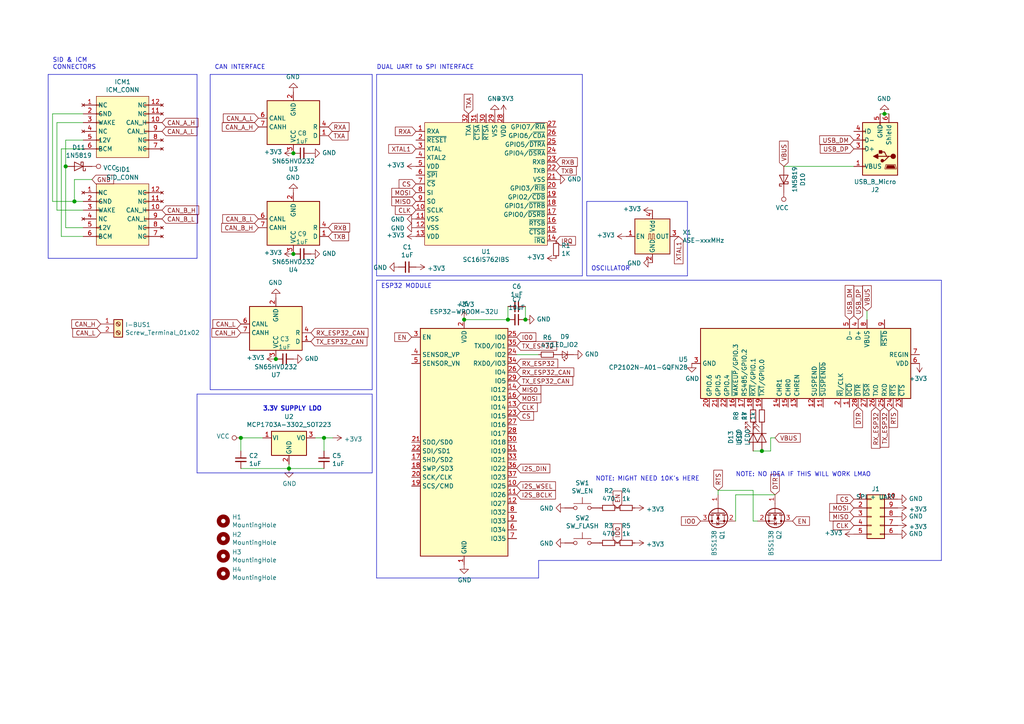
<source format=kicad_sch>
(kicad_sch (version 20200820) (host eeschema "5.99.0-unknown-3673c2369~103~ubuntu20.04.1")
  (page 1 1)
  (paper "A4")
  (lib_symbols
    (symbol "Connector:Screw_Terminal_01x02" (pin_names hide)
      (property "Reference" "J" (at 0 2.54 0))
      (property "Value" "Screw_Terminal_01x02" (at 0 -5.08 0))
      (symbol "Screw_Terminal_01x02_1_1"
        (circle (center 0 -2.54) (radius 0.635) (stroke (width 0.1524)))
        (circle (center 0 0) (radius 0.635) (stroke (width 0.1524)))
        (rectangle (start -1.27 1.27) (end 1.27 -3.81) (stroke (width 0.254)) (fill (type background)))
        (polyline (pts (xy -0.5334 -2.2098) (xy 0.3302 -3.048)) (stroke (width 0.1524)))
        (polyline (pts (xy -0.5334 0.3302) (xy 0.3302 -0.508)) (stroke (width 0.1524)))
        (polyline (pts (xy -0.3556 -2.032) (xy 0.508 -2.8702)) (stroke (width 0.1524)))
        (polyline (pts (xy -0.3556 0.508) (xy 0.508 -0.3302)) (stroke (width 0.1524)))
        (pin passive line (at -5.08 0 0) (length 3.81) (name "Pin_1") (number "1"))
        (pin passive line (at -5.08 -2.54 0) (length 3.81) (name "Pin_2") (number "2"))
      )
    )
    (symbol "Connector:USB_B_Micro"
      (property "Reference" "J" (at -5.08 11.43 0))
      (property "Value" "USB_B_Micro" (at -5.08 8.89 0))
      (symbol "USB_B_Micro_0_1"
        (circle (center -3.81 2.159) (radius 0.635) (stroke (width 0.254)) (fill (type outline)))
        (circle (center -0.635 3.429) (radius 0.381) (stroke (width 0.254)) (fill (type outline)))
        (rectangle (start -5.08 -7.62) (end 5.08 7.62) (stroke (width 0.254)) (fill (type background)))
        (rectangle (start -0.127 -7.62) (end 0.127 -6.858))
        (rectangle (start 0.254 1.27) (end -0.508 0.508) (stroke (width 0.254)) (fill (type outline)))
        (rectangle (start 5.08 -5.207) (end 4.318 -4.953))
        (rectangle (start 5.08 -2.667) (end 4.318 -2.413))
        (rectangle (start 5.08 -0.127) (end 4.318 0.127))
        (rectangle (start 5.08 4.953) (end 4.318 5.207))
        (polyline (pts (xy -1.905 2.159) (xy 0.635 2.159)) (stroke (width 0.254)))
        (polyline (pts (xy -3.175 2.159) (xy -2.54 2.159) (xy -1.27 3.429) (xy -0.635 3.429)) (stroke (width 0.254)))
        (polyline (pts (xy -2.54 2.159) (xy -1.905 2.159) (xy -1.27 0.889) (xy 0 0.889)) (stroke (width 0.254)))
        (polyline (pts (xy 0.635 2.794) (xy 0.635 1.524) (xy 1.905 2.159) (xy 0.635 2.794)) (stroke (width 0.254)) (fill (type outline)))
        (polyline (pts (xy -4.318 5.588) (xy -1.778 5.588) (xy -2.032 4.826) (xy -4.064 4.826) (xy -4.318 5.588)) (fill (type outline)))
        (polyline (pts (xy -4.699 5.842) (xy -4.699 5.588) (xy -4.445 4.826) (xy -4.445 4.572) (xy -1.651 4.572) (xy -1.651 4.826) (xy -1.397 5.588) (xy -1.397 5.842) (xy -4.699 5.842)))
      )
      (symbol "USB_B_Micro_1_1"
        (pin power_out line (at 7.62 5.08 180) (length 2.54) (name "VBUS") (number "1"))
        (pin passive line (at 7.62 -2.54 180) (length 2.54) (name "D-") (number "2"))
        (pin passive line (at 7.62 0 180) (length 2.54) (name "D+") (number "3"))
        (pin passive line (at 7.62 -5.08 180) (length 2.54) (name "ID") (number "4"))
        (pin power_out line (at 0 -10.16 90) (length 2.54) (name "GND") (number "5"))
        (pin passive line (at -2.54 -10.16 90) (length 2.54) (name "Shield") (number "6"))
      )
    )
    (symbol "Connector_Generic:Conn_02x05_Counter_Clockwise" (pin_names hide)
      (property "Reference" "J" (at 1.27 7.62 0))
      (property "Value" "Conn_02x05_Counter_Clockwise" (at 1.27 -7.62 0))
      (symbol "Conn_02x05_Counter_Clockwise_1_1"
        (rectangle (start -1.27 -4.953) (end 0 -5.207) (stroke (width 0.1524)))
        (rectangle (start -1.27 -2.413) (end 0 -2.667) (stroke (width 0.1524)))
        (rectangle (start -1.27 2.667) (end 0 2.413) (stroke (width 0.1524)))
        (rectangle (start -1.27 5.207) (end 0 4.953) (stroke (width 0.1524)))
        (rectangle (start -1.27 6.35) (end 3.81 -6.35) (stroke (width 0.254)) (fill (type background)))
        (rectangle (start -1.27 0.127) (end 0 -0.127) (stroke (width 0.1524)))
        (rectangle (start 3.81 -4.953) (end 2.54 -5.207) (stroke (width 0.1524)))
        (rectangle (start 3.81 -2.413) (end 2.54 -2.667) (stroke (width 0.1524)))
        (rectangle (start 3.81 2.667) (end 2.54 2.413) (stroke (width 0.1524)))
        (rectangle (start 3.81 5.207) (end 2.54 4.953) (stroke (width 0.1524)))
        (rectangle (start 3.81 0.127) (end 2.54 -0.127) (stroke (width 0.1524)))
        (pin passive line (at -5.08 5.08 0) (length 3.81) (name "Pin_1") (number "1"))
        (pin passive line (at 7.62 5.08 180) (length 3.81) (name "Pin_10") (number "10"))
        (pin passive line (at -5.08 2.54 0) (length 3.81) (name "Pin_2") (number "2"))
        (pin passive line (at -5.08 0 0) (length 3.81) (name "Pin_3") (number "3"))
        (pin passive line (at -5.08 -2.54 0) (length 3.81) (name "Pin_4") (number "4"))
        (pin passive line (at -5.08 -5.08 0) (length 3.81) (name "Pin_5") (number "5"))
        (pin passive line (at 7.62 -5.08 180) (length 3.81) (name "Pin_6") (number "6"))
        (pin passive line (at 7.62 -2.54 180) (length 3.81) (name "Pin_7") (number "7"))
        (pin passive line (at 7.62 0 180) (length 3.81) (name "Pin_8") (number "8"))
        (pin passive line (at 7.62 2.54 180) (length 3.81) (name "Pin_9") (number "9"))
      )
    )
    (symbol "Device:C_Small" (pin_numbers hide) (pin_names (offset 0.254) hide)
      (property "Reference" "C" (at 0.254 1.778 0))
      (property "Value" "C_Small" (at 0.254 -2.032 0))
      (symbol "C_Small_0_1"
        (polyline (pts (xy -1.524 -0.508) (xy 1.524 -0.508)) (stroke (width 0.3302)))
        (polyline (pts (xy -1.524 0.508) (xy 1.524 0.508)) (stroke (width 0.3048)))
      )
      (symbol "C_Small_1_1"
        (pin passive line (at 0 2.54 270) (length 2.032) (name "~") (number "1"))
        (pin passive line (at 0 -2.54 90) (length 2.032) (name "~") (number "2"))
      )
    )
    (symbol "Device:LED" (pin_numbers hide) (pin_names hide)
      (property "Reference" "D" (at 0 2.54 0))
      (property "Value" "LED" (at 0 -2.54 0))
      (symbol "LED_0_1"
        (polyline (pts (xy -1.27 -1.27) (xy -1.27 1.27)) (stroke (width 0.2032)))
        (polyline (pts (xy -1.27 0) (xy 1.27 0)))
        (polyline (pts (xy 1.27 -1.27) (xy 1.27 1.27) (xy -1.27 0) (xy 1.27 -1.27)) (stroke (width 0.2032)))
        (polyline (pts (xy -3.048 -0.762) (xy -4.572 -2.286) (xy -3.81 -2.286) (xy -4.572 -2.286) (xy -4.572 -1.524)))
        (polyline (pts (xy -1.778 -0.762) (xy -3.302 -2.286) (xy -2.54 -2.286) (xy -3.302 -2.286) (xy -3.302 -1.524)))
      )
      (symbol "LED_1_1"
        (pin passive line (at -3.81 0 0) (length 2.54) (name "K") (number "1"))
        (pin passive line (at 3.81 0 180) (length 2.54) (name "A") (number "2"))
      )
    )
    (symbol "Device:LED_Small" (pin_numbers hide) (pin_names (offset 0.254) hide)
      (property "Reference" "D" (at -1.27 3.175 0))
      (property "Value" "LED_Small" (at -4.445 -2.54 0))
      (symbol "LED_Small_0_1"
        (polyline (pts (xy -0.762 -1.016) (xy -0.762 1.016)))
        (polyline (pts (xy 1.016 0) (xy -0.762 0)))
        (polyline (pts (xy 0.762 -1.016) (xy -0.762 0) (xy 0.762 1.016) (xy 0.762 -1.016)))
        (polyline (pts (xy 0 0.762) (xy -0.508 1.27) (xy -0.254 1.27) (xy -0.508 1.27) (xy -0.508 1.016)))
        (polyline (pts (xy 0.508 1.27) (xy 0 1.778) (xy 0.254 1.778) (xy 0 1.778) (xy 0 1.524)))
      )
      (symbol "LED_Small_1_1"
        (pin passive line (at -2.54 0 0) (length 1.778) (name "K") (number "1"))
        (pin passive line (at 2.54 0 180) (length 1.778) (name "A") (number "2"))
      )
    )
    (symbol "Device:R_Small" (pin_numbers hide) (pin_names (offset 0.254) hide)
      (property "Reference" "R" (at 0.762 0.508 0))
      (property "Value" "R_Small" (at 0.762 -1.016 0))
      (symbol "R_Small_0_1"
        (rectangle (start -0.762 1.778) (end 0.762 -1.778) (stroke (width 0.2032)))
      )
      (symbol "R_Small_1_1"
        (pin passive line (at 0 2.54 270) (length 0.762) (name "~") (number "1"))
        (pin passive line (at 0 -2.54 90) (length 0.762) (name "~") (number "2"))
      )
    )
    (symbol "Diode:1N5819" (pin_numbers hide) (pin_names hide)
      (property "Reference" "D" (at 0 2.54 0))
      (property "Value" "1N5819" (at 0 -2.54 0))
      (symbol "1N5819_0_1"
        (polyline (pts (xy 1.27 0) (xy -1.27 0)))
        (polyline (pts (xy 1.27 1.27) (xy 1.27 -1.27) (xy -1.27 0) (xy 1.27 1.27)) (stroke (width 0.2032)))
        (polyline (pts (xy -1.905 0.635) (xy -1.905 1.27) (xy -1.27 1.27) (xy -1.27 -1.27) (xy -0.635 -1.27) (xy -0.635 -0.635)) (stroke (width 0.2032)))
      )
      (symbol "1N5819_1_1"
        (pin passive line (at -3.81 0 0) (length 2.54) (name "K") (number "1"))
        (pin passive line (at 3.81 0 180) (length 2.54) (name "A") (number "2"))
      )
    )
    (symbol "Interface_CAN_LIN:SN65HVD232"
      (property "Reference" "U" (at -2.54 10.16 0))
      (property "Value" "SN65HVD232" (at -2.54 7.62 0))
      (symbol "SN65HVD232_0_1"
        (rectangle (start -7.62 5.08) (end 7.62 -7.62) (stroke (width 0.254)) (fill (type background)))
      )
      (symbol "SN65HVD232_1_1"
        (pin input line (at -10.16 2.54 0) (length 2.54) (name "D") (number "1"))
        (pin power_in line (at 0 -10.16 90) (length 2.54) (name "GND") (number "2"))
        (pin power_in line (at 0 7.62 270) (length 2.54) (name "VCC") (number "3"))
        (pin output line (at -10.16 0 0) (length 2.54) (name "R") (number "4"))
        (pin unconnected line (at -10.16 -2.54 0) (length 2.54) hide (name "NC") (number "5"))
        (pin bidirectional line (at 10.16 -2.54 180) (length 2.54) (name "CANL") (number "6"))
        (pin bidirectional line (at 10.16 0 180) (length 2.54) (name "CANH") (number "7"))
        (pin unconnected line (at -10.16 -5.08 0) (length 2.54) hide (name "NC") (number "8"))
      )
    )
    (symbol "Interface_USB:CP2102N-A01-GQFN28" (pin_names (offset 0.508))
      (property "Reference" "U" (at -7.62 31.75 0))
      (property "Value" "CP2102N-A01-GQFN28" (at 26.67 31.75 0))
      (symbol "CP2102N-A01-GQFN28_0_1"
        (rectangle (start -10.16 30.48) (end 10.16 -30.48) (stroke (width 0.254)) (fill (type background)))
      )
      (symbol "CP2102N-A01-GQFN28_1_1"
        (pin input line (at 12.7 12.7 180) (length 2.54) (name "~DCD") (number "1"))
        (pin unconnected line (at -10.16 -10.16 0) (length 2.54) hide (name "NC") (number "10"))
        (pin output line (at 12.7 5.08 180) (length 2.54) (name "~SUSPENDb") (number "11"))
        (pin output line (at 12.7 2.54 180) (length 2.54) (name "SUSPEND") (number "12"))
        (pin output line (at 12.7 -2.54 180) (length 2.54) (name "CHREN") (number "13"))
        (pin output line (at 12.7 -7.62 180) (length 2.54) (name "CHR1") (number "14"))
        (pin output line (at 12.7 -5.08 180) (length 2.54) (name "CHR0") (number "15"))
        (pin bidirectional line (at 12.7 -20.32 180) (length 2.54) (name "~WAKEUP~/GPIO.3") (number "16"))
        (pin bidirectional line (at 12.7 -17.78 180) (length 2.54) (name "RS485/GPIO.2") (number "17"))
        (pin bidirectional line (at 12.7 -15.24 180) (length 2.54) (name "~RXT~/GPIO.1") (number "18"))
        (pin bidirectional line (at 12.7 -12.7 180) (length 2.54) (name "~TXT~/GPIO.0") (number "19"))
        (pin bidirectional line (at 12.7 10.16 180) (length 2.54) (name "~RI~/CLK") (number "2"))
        (pin bidirectional line (at 12.7 -27.94 180) (length 2.54) (name "GPIO.6") (number "20"))
        (pin bidirectional line (at 12.7 -25.4 180) (length 2.54) (name "GPIO.5") (number "21"))
        (pin bidirectional line (at 12.7 -22.86 180) (length 2.54) (name "GPIO.4") (number "22"))
        (pin input line (at 12.7 27.94 180) (length 2.54) (name "~CTS") (number "23"))
        (pin output line (at 12.7 25.4 180) (length 2.54) (name "~RTS") (number "24"))
        (pin input line (at 12.7 22.86 180) (length 2.54) (name "RXD") (number "25"))
        (pin output line (at 12.7 20.32 180) (length 2.54) (name "TXD") (number "26"))
        (pin input line (at 12.7 17.78 180) (length 2.54) (name "~DSR") (number "27"))
        (pin output line (at 12.7 15.24 180) (length 2.54) (name "~DTR") (number "28"))
        (pin passive line (at 0 -33.02 90) (length 2.54) hide (name "GND") (number "29"))
        (pin power_in line (at 0 -33.02 90) (length 2.54) (name "GND") (number "3"))
        (pin bidirectional line (at -12.7 15.24 0) (length 2.54) (name "D+") (number "4"))
        (pin bidirectional line (at -12.7 12.7 0) (length 2.54) (name "D-") (number "5"))
        (pin passive line (at 0 33.02 270) (length 2.54) (name "VDD") (number "6"))
        (pin power_in line (at -2.54 33.02 270) (length 2.54) (name "REGIN") (number "7"))
        (pin input line (at -12.7 17.78 0) (length 2.54) (name "VBUS") (number "8"))
        (pin input line (at -12.7 22.86 0) (length 2.54) (name "~RSTb") (number "9"))
      )
    )
    (symbol "Mechanical:MountingHole"
      (property "Reference" "H" (at 0 5.08 0))
      (property "Value" "MountingHole" (at 0 3.175 0))
      (symbol "MountingHole_0_1"
        (circle (center 0 0) (radius 1.27) (stroke (width 1.27)))
      )
    )
    (symbol "Oscillator:ASE-xxxMHz" (pin_names (offset 0.254))
      (property "Reference" "X" (at -5.08 6.35 0))
      (property "Value" "ASE-xxxMHz" (at 1.27 -6.35 0))
      (symbol "ASE-xxxMHz_0_1"
        (rectangle (start -5.08 5.08) (end 5.08 -5.08) (stroke (width 0.254)) (fill (type background)))
        (polyline (pts (xy -1.27 -0.762) (xy -1.016 -0.762) (xy -1.016 0.762) (xy -0.508 0.762) (xy -0.508 -0.762) (xy 0 -0.762) (xy 0 0.762) (xy 0.508 0.762) (xy 0.508 -0.762) (xy 0.762 -0.762)))
      )
      (symbol "ASE-xxxMHz_1_1"
        (pin input line (at -7.62 0 0) (length 2.54) (name "EN") (number "1"))
        (pin power_in line (at 0 -7.62 90) (length 2.54) (name "GND") (number "2"))
        (pin output line (at 7.62 0 180) (length 2.54) (name "OUT") (number "3"))
        (pin power_in line (at 0 7.62 270) (length 2.54) (name "Vdd") (number "4"))
      )
    )
    (symbol "RF_Module:ESP32-WROOM-32U" (pin_names (offset 0.508))
      (property "Reference" "U" (at -12.7 34.29 0))
      (property "Value" "ESP32-WROOM-32U" (at 1.27 34.29 0))
      (symbol "ESP32-WROOM-32U_0_1"
        (rectangle (start -12.7 33.02) (end 12.7 -33.02) (stroke (width 0.254)) (fill (type background)))
      )
      (symbol "ESP32-WROOM-32U_1_1"
        (pin power_in line (at 0 -35.56 90) (length 2.54) (name "GND") (number "1"))
        (pin bidirectional line (at 15.24 -12.7 180) (length 2.54) (name "IO25") (number "10"))
        (pin bidirectional line (at 15.24 -15.24 180) (length 2.54) (name "IO26") (number "11"))
        (pin bidirectional line (at 15.24 -17.78 180) (length 2.54) (name "IO27") (number "12"))
        (pin bidirectional line (at 15.24 10.16 180) (length 2.54) (name "IO14") (number "13"))
        (pin bidirectional line (at 15.24 15.24 180) (length 2.54) (name "IO12") (number "14"))
        (pin passive line (at 0 -35.56 90) (length 2.54) hide (name "GND") (number "15"))
        (pin bidirectional line (at 15.24 12.7 180) (length 2.54) (name "IO13") (number "16"))
        (pin bidirectional line (at -15.24 -5.08 0) (length 2.54) (name "SHD/SD2") (number "17"))
        (pin bidirectional line (at -15.24 -7.62 0) (length 2.54) (name "SWP/SD3") (number "18"))
        (pin bidirectional line (at -15.24 -12.7 0) (length 2.54) (name "SCS/CMD") (number "19"))
        (pin power_in line (at 0 35.56 270) (length 2.54) (name "VDD") (number "2"))
        (pin bidirectional line (at -15.24 -10.16 0) (length 2.54) (name "SCK/CLK") (number "20"))
        (pin bidirectional line (at -15.24 0 0) (length 2.54) (name "SDO/SD0") (number "21"))
        (pin bidirectional line (at -15.24 -2.54 0) (length 2.54) (name "SDI/SD1") (number "22"))
        (pin bidirectional line (at 15.24 7.62 180) (length 2.54) (name "IO15") (number "23"))
        (pin bidirectional line (at 15.24 25.4 180) (length 2.54) (name "IO2") (number "24"))
        (pin bidirectional line (at 15.24 30.48 180) (length 2.54) (name "IO0") (number "25"))
        (pin bidirectional line (at 15.24 20.32 180) (length 2.54) (name "IO4") (number "26"))
        (pin bidirectional line (at 15.24 5.08 180) (length 2.54) (name "IO16") (number "27"))
        (pin bidirectional line (at 15.24 2.54 180) (length 2.54) (name "IO17") (number "28"))
        (pin bidirectional line (at 15.24 17.78 180) (length 2.54) (name "IO5") (number "29"))
        (pin input line (at -15.24 30.48 0) (length 2.54) (name "EN") (number "3"))
        (pin bidirectional line (at 15.24 0 180) (length 2.54) (name "IO18") (number "30"))
        (pin bidirectional line (at 15.24 -2.54 180) (length 2.54) (name "IO19") (number "31"))
        (pin unconnected line (at -12.7 -27.94 0) (length 2.54) hide (name "NC") (number "32"))
        (pin bidirectional line (at 15.24 -5.08 180) (length 2.54) (name "IO21") (number "33"))
        (pin bidirectional line (at 15.24 22.86 180) (length 2.54) (name "RXD0/IO3") (number "34"))
        (pin bidirectional line (at 15.24 27.94 180) (length 2.54) (name "TXD0/IO1") (number "35"))
        (pin bidirectional line (at 15.24 -7.62 180) (length 2.54) (name "IO22") (number "36"))
        (pin bidirectional line (at 15.24 -10.16 180) (length 2.54) (name "IO23") (number "37"))
        (pin passive line (at 0 -35.56 90) (length 2.54) hide (name "GND") (number "38"))
        (pin passive line (at 0 -35.56 90) (length 2.54) hide (name "GND") (number "39"))
        (pin input line (at -15.24 25.4 0) (length 2.54) (name "SENSOR_VP") (number "4"))
        (pin input line (at -15.24 22.86 0) (length 2.54) (name "SENSOR_VN") (number "5"))
        (pin input line (at 15.24 -25.4 180) (length 2.54) (name "IO34") (number "6"))
        (pin input line (at 15.24 -27.94 180) (length 2.54) (name "IO35") (number "7"))
        (pin bidirectional line (at 15.24 -20.32 180) (length 2.54) (name "IO32") (number "8"))
        (pin bidirectional line (at 15.24 -22.86 180) (length 2.54) (name "IO33") (number "9"))
      )
    )
    (symbol "Regulator_Linear:MCP1703A-3302_SOT223" (pin_names (offset 0.254))
      (property "Reference" "U" (at -3.81 3.175 0))
      (property "Value" "MCP1703A-3302_SOT223" (at 0 3.175 0))
      (symbol "MCP1703A-3302_SOT223_0_1"
        (rectangle (start -5.08 -5.08) (end 5.08 1.905) (stroke (width 0.254)) (fill (type background)))
      )
      (symbol "MCP1703A-3302_SOT223_1_1"
        (pin power_in line (at -7.62 0 0) (length 2.54) (name "VI") (number "1"))
        (pin power_in line (at 0 -7.62 90) (length 2.54) (name "GND") (number "2"))
        (pin power_out line (at 7.62 0 180) (length 2.54) (name "VO") (number "3"))
      )
    )
    (symbol "Switch:SW_Push" (pin_numbers hide) (pin_names hide)
      (property "Reference" "SW" (at 1.27 2.54 0))
      (property "Value" "SW_Push" (at 0 -1.524 0))
      (symbol "SW_Push_0_1"
        (circle (center -2.032 0) (radius 0.508))
        (circle (center 2.032 0) (radius 0.508))
        (polyline (pts (xy 0 1.27) (xy 0 3.048)))
        (polyline (pts (xy 2.54 1.27) (xy -2.54 1.27)))
        (pin passive line (at -5.08 0 0) (length 2.54) (name "1") (number "1"))
        (pin passive line (at 5.08 0 180) (length 2.54) (name "2") (number "2"))
      )
    )
    (symbol "Transistor_FET:BSS138" (pin_names (offset 0.508) hide)
      (property "Reference" "Q" (at 5.08 1.905 0))
      (property "Value" "BSS138" (at 5.08 0 0))
      (symbol "BSS138_0_1"
        (circle (center 1.651 0) (radius 2.794) (stroke (width 0.254)))
        (circle (center 2.54 -1.778) (radius 0.254) (fill (type outline)))
        (circle (center 2.54 1.778) (radius 0.254) (fill (type outline)))
        (polyline (pts (xy 0.254 0) (xy -2.54 0)))
        (polyline (pts (xy 0.254 1.905) (xy 0.254 -1.905)) (stroke (width 0.254)))
        (polyline (pts (xy 0.762 -1.27) (xy 0.762 -2.286)) (stroke (width 0.254)))
        (polyline (pts (xy 0.762 0.508) (xy 0.762 -0.508)) (stroke (width 0.254)))
        (polyline (pts (xy 0.762 2.286) (xy 0.762 1.27)) (stroke (width 0.254)))
        (polyline (pts (xy 2.54 2.54) (xy 2.54 1.778)))
        (polyline (pts (xy 2.54 -2.54) (xy 2.54 0) (xy 0.762 0)))
        (polyline (pts (xy 0.762 -1.778) (xy 3.302 -1.778) (xy 3.302 1.778) (xy 0.762 1.778)))
        (polyline (pts (xy 1.016 0) (xy 2.032 0.381) (xy 2.032 -0.381) (xy 1.016 0)) (fill (type outline)))
        (polyline (pts (xy 2.794 0.508) (xy 2.921 0.381) (xy 3.683 0.381) (xy 3.81 0.254)))
        (polyline (pts (xy 3.302 0.381) (xy 2.921 -0.254) (xy 3.683 -0.254) (xy 3.302 0.381)))
      )
      (symbol "BSS138_1_1"
        (pin input line (at -5.08 0 0) (length 2.54) (name "G") (number "1"))
        (pin passive line (at 2.54 -5.08 90) (length 2.54) (name "S") (number "2"))
        (pin passive line (at 2.54 5.08 270) (length 2.54) (name "D") (number "3"))
      )
    )
    (symbol "local_symbols:Conn_02x06_SAAB_SID_HPD"
      (property "Reference" "J" (at 0 6.35 0))
      (property "Value" "Conn_02x06_SAAB_SID_HPD" (at 0 -12.7 0))
      (symbol "Conn_02x06_SAAB_SID_HPD_0_1"
        (rectangle (start -7.62 7.62) (end 7.62 -10.16) (fill (type background)))
      )
      (symbol "Conn_02x06_SAAB_SID_HPD_1_1"
        (rectangle (start -7.62 -7.493) (end -6.35 -7.747) (stroke (width 0.1524)))
        (rectangle (start -7.62 -4.953) (end -6.35 -5.207) (stroke (width 0.1524)))
        (rectangle (start -7.62 0.127) (end -6.35 -0.127) (stroke (width 0.1524)))
        (rectangle (start -7.62 2.667) (end -6.35 2.413) (stroke (width 0.1524)))
        (rectangle (start -7.62 5.207) (end -6.35 4.953) (stroke (width 0.1524)))
        (rectangle (start 6.35 -7.493) (end 7.62 -7.747) (stroke (width 0.1524)))
        (rectangle (start 7.62 -4.953) (end 6.35 -5.207) (stroke (width 0.1524)))
        (rectangle (start 7.62 -2.413) (end 6.35 -2.667) (stroke (width 0.1524)))
        (rectangle (start 7.62 0.127) (end 6.35 -0.127) (stroke (width 0.1524)))
        (rectangle (start 7.62 2.667) (end 6.35 2.413) (stroke (width 0.1524)))
        (rectangle (start 7.62 5.207) (end 6.35 4.953) (stroke (width 0.1524)))
        (pin unconnected line (at -11.43 5.08 0) (length 3.81) (name "NC") (number "1"))
        (pin unspecified line (at 11.43 0 180) (length 3.81) (name "CAN_H") (number "10"))
        (pin unconnected line (at 11.43 2.54 180) (length 3.81) (name "NC") (number "11"))
        (pin unconnected line (at 11.43 5.08 180) (length 3.81) (name "NC") (number "12"))
        (pin power_in line (at -11.43 2.54 0) (length 3.81) (name "GND") (number "2"))
        (pin unspecified line (at -11.43 0 0) (length 3.81) (name "WAKE") (number "3"))
        (pin unconnected line (at -11.43 -2.54 0) (length 3.81) (name "NC") (number "4"))
        (pin power_in line (at -11.43 -5.08 0) (length 3.81) (name "12V") (number "5"))
        (pin unspecified line (at -11.43 -7.62 0) (length 3.81) (name "BCM") (number "6"))
        (pin unconnected line (at 11.43 -7.62 180) (length 3.81) (name "NC") (number "7"))
        (pin unconnected line (at 11.43 -5.08 180) (length 3.81) (name "NC") (number "8"))
        (pin unspecified line (at 11.43 -2.54 180) (length 3.81) (name "CAN_L") (number "9"))
      )
    )
    (symbol "local_symbols:SC16IS762IBS"
      (property "Reference" "U" (at 1.27 20.32 0))
      (property "Value" "SC16IS762IBS" (at 1.27 -20.32 0))
      (symbol "SC16IS762IBS_0_1"
        (rectangle (start -17.78 17.78) (end 17.78 -17.78) (fill (type background)))
      )
      (symbol "SC16IS762IBS_1_1"
        (pin input line (at -20.32 15.24 0) (length 2.54) (name "RXA") (number "1"))
        (pin input line (at -20.32 -7.62 0) (length 2.54) (name "SCLK") (number "10"))
        (pin input line (at -20.32 -10.16 0) (length 2.54) (name "VSS") (number "11"))
        (pin input line (at -20.32 -12.7 0) (length 2.54) (name "VSS") (number "12"))
        (pin input line (at -20.32 -15.24 0) (length 2.54) (name "VDD") (number "13"))
        (pin input line (at 20.32 -16.51 180) (length 2.54) (name "~IRQ") (number "14"))
        (pin input line (at 20.32 -13.97 180) (length 2.54) (name "~CTSB") (number "15"))
        (pin input line (at 20.32 -11.43 180) (length 2.54) (name "~RTSB") (number "16"))
        (pin input line (at 20.32 -8.89 180) (length 2.54) (name "GPIO0/~DSRB") (number "17"))
        (pin input line (at 20.32 -6.35 180) (length 2.54) (name "GPIO1/~DTRB") (number "18"))
        (pin input line (at 20.32 -3.81 180) (length 2.54) (name "GPIO2/~CDB") (number "19"))
        (pin input line (at -20.32 12.7 0) (length 2.54) (name "~RESET") (number "2"))
        (pin input line (at 20.32 -1.27 180) (length 2.54) (name "GPIO3/~RIB") (number "20"))
        (pin input line (at 20.32 1.27 180) (length 2.54) (name "VSS") (number "21"))
        (pin input line (at 20.32 3.81 180) (length 2.54) (name "TXB") (number "22"))
        (pin input line (at 20.32 6.35 180) (length 2.54) (name "RXB") (number "23"))
        (pin input line (at 20.32 8.89 180) (length 2.54) (name "GPIO4/~DSRA") (number "24"))
        (pin input line (at 20.32 11.43 180) (length 2.54) (name "GPIO5/~DTRA") (number "25"))
        (pin input line (at 20.32 13.97 180) (length 2.54) (name "GPIO6/~CDA") (number "26"))
        (pin input line (at 20.32 16.51 180) (length 2.54) (name "GPIO7/~RIA") (number "27"))
        (pin input line (at 5.08 20.32 270) (length 2.54) (name "VDD") (number "28"))
        (pin input line (at 2.54 20.32 270) (length 2.54) (name "VSS") (number "29"))
        (pin input line (at -20.32 10.16 0) (length 2.54) (name "XTAL") (number "3"))
        (pin input line (at 0 20.32 270) (length 2.54) (name "~RTSA") (number "30"))
        (pin input line (at -2.54 20.32 270) (length 2.54) (name "~CTSA") (number "31"))
        (pin input line (at -5.08 20.32 270) (length 2.54) (name "TXA") (number "32"))
        (pin input line (at -20.32 7.62 0) (length 2.54) (name "XTAL2") (number "4"))
        (pin input line (at -20.32 5.08 0) (length 2.54) (name "VDD") (number "5"))
        (pin input line (at -20.32 2.54 0) (length 2.54) (name "~SPI") (number "6"))
        (pin input line (at -20.32 0 0) (length 2.54) (name "~CS") (number "7"))
        (pin input line (at -20.32 -2.54 0) (length 2.54) (name "SI") (number "8"))
        (pin input line (at -20.32 -5.08 0) (length 2.54) (name "SO") (number "9"))
      )
    )
    (symbol "power:+3.3V" (power) (pin_names (offset 0))
      (property "Value" "+3.3V" (at 0 3.556 0))
      (symbol "+3.3V_0_1"
        (polyline (pts (xy -0.762 1.27) (xy 0 2.54)))
        (polyline (pts (xy 0 0) (xy 0 2.54)))
        (polyline (pts (xy 0 2.54) (xy 0.762 1.27)))
      )
      (symbol "+3.3V_1_1"
        (pin power_in line (at 0 0 90) (length 0) hide (name "+3V3") (number "1"))
      )
    )
    (symbol "power:GND" (power) (pin_names (offset 0))
      (property "Value" "GND" (at 0 -3.81 0))
      (symbol "GND_0_1"
        (polyline (pts (xy 0 0) (xy 0 -1.27) (xy 1.27 -1.27) (xy 0 -2.54) (xy -1.27 -1.27) (xy 0 -1.27)))
      )
      (symbol "GND_1_1"
        (pin power_in line (at 0 0 270) (length 0) hide (name "GND") (number "1"))
      )
    )
    (symbol "power:VCC" (power) (pin_names (offset 0))
      (property "Value" "VCC" (at 0 3.81 0))
      (symbol "VCC_0_1"
        (circle (center 0 1.905) (radius 0.635))
        (polyline (pts (xy 0 0) (xy 0 1.27)))
      )
      (symbol "VCC_1_1"
        (pin power_in line (at 0 0 90) (length 0) hide (name "VCC") (number "1"))
      )
    )
  )
  (junction (at 19.05 48.26) (diameter 1.016))
  (junction (at 21.59 58.42) (diameter 1.016))
  (junction (at 69.85 127) (diameter 1.016))
  (junction (at 80.01 104.14) (diameter 1.016))
  (junction (at 83.82 135.89) (diameter 1.016))
  (junction (at 85.09 44.45) (diameter 1.016))
  (junction (at 85.09 73.66) (diameter 1.016))
  (junction (at 93.98 127) (diameter 1.016))
  (junction (at 134.62 92.71) (diameter 1.016))
  (junction (at 147.32 92.71) (diameter 1.016))
  (junction (at 152.4 92.71) (diameter 1.016))
  (junction (at 220.98 130.81) (diameter 1.016))
  (junction (at 256.54 33.02) (diameter 1.016))
  (wire (pts (xy 15.24 33.02) (xy 15.24 58.42)))
  (wire (pts (xy 15.24 58.42) (xy 21.59 58.42)))
  (wire (pts (xy 16.51 35.56) (xy 24.13 35.56)))
  (wire (pts (xy 16.51 60.96) (xy 16.51 35.56)))
  (wire (pts (xy 17.78 43.18) (xy 17.78 68.58)))
  (wire (pts (xy 17.78 68.58) (xy 24.13 68.58)))
  (wire (pts (xy 19.05 40.64) (xy 24.13 40.64)))
  (wire (pts (xy 19.05 48.26) (xy 19.05 40.64)))
  (wire (pts (xy 19.05 48.26) (xy 19.05 66.04)))
  (wire (pts (xy 19.05 66.04) (xy 24.13 66.04)))
  (wire (pts (xy 21.59 52.07) (xy 21.59 58.42)))
  (wire (pts (xy 21.59 58.42) (xy 24.13 58.42)))
  (wire (pts (xy 24.13 33.02) (xy 15.24 33.02)))
  (wire (pts (xy 24.13 43.18) (xy 17.78 43.18)))
  (wire (pts (xy 24.13 60.96) (xy 16.51 60.96)))
  (wire (pts (xy 26.67 52.07) (xy 21.59 52.07)))
  (wire (pts (xy 69.85 127) (xy 69.85 130.81)))
  (wire (pts (xy 69.85 127) (xy 76.2 127)))
  (wire (pts (xy 69.85 135.89) (xy 83.82 135.89)))
  (wire (pts (xy 83.82 135.89) (xy 83.82 134.62)))
  (wire (pts (xy 83.82 135.89) (xy 93.98 135.89)))
  (wire (pts (xy 93.98 127) (xy 91.44 127)))
  (wire (pts (xy 93.98 127) (xy 96.52 127)))
  (wire (pts (xy 93.98 130.81) (xy 93.98 127)))
  (wire (pts (xy 134.62 92.71) (xy 147.32 92.71)))
  (wire (pts (xy 147.32 92.71) (xy 147.32 88.9)))
  (wire (pts (xy 152.4 88.9) (xy 152.4 92.71)))
  (wire (pts (xy 156.21 102.87) (xy 149.86 102.87)))
  (wire (pts (xy 208.28 142.24) (xy 208.28 143.51)))
  (wire (pts (xy 213.36 143.51) (xy 224.79 143.51)))
  (wire (pts (xy 213.36 151.13) (xy 213.36 143.51)))
  (wire (pts (xy 218.44 130.81) (xy 220.98 130.81)))
  (wire (pts (xy 218.44 142.24) (xy 208.28 142.24)))
  (wire (pts (xy 218.44 151.13) (xy 218.44 142.24)))
  (wire (pts (xy 219.71 151.13) (xy 218.44 151.13)))
  (wire (pts (xy 220.98 130.81) (xy 223.52 130.81)))
  (wire (pts (xy 223.52 127) (xy 224.79 127)))
  (wire (pts (xy 223.52 130.81) (xy 223.52 127)))
  (wire (pts (xy 227.33 48.26) (xy 247.65 48.26)))
  (wire (pts (xy 251.46 90.17) (xy 251.46 92.71)))
  (wire (pts (xy 256.54 33.02) (xy 255.27 33.02)))
  (wire (pts (xy 257.81 33.02) (xy 256.54 33.02)))
  (polyline (pts (xy 13.97 21.59) (xy 57.15 21.59)) (stroke (width 0) (type solid)))
  (polyline (pts (xy 13.97 74.93) (xy 13.97 21.59)) (stroke (width 0) (type solid)))
  (polyline (pts (xy 13.97 74.93) (xy 57.15 74.93)) (stroke (width 0) (type solid)))
  (polyline (pts (xy 57.15 21.59) (xy 57.15 74.93)) (stroke (width 0) (type solid)))
  (polyline (pts (xy 57.15 114.3) (xy 57.15 137.16)) (stroke (width 0) (type solid)))
  (polyline (pts (xy 57.15 137.16) (xy 107.95 137.16)) (stroke (width 0) (type solid)))
  (polyline (pts (xy 60.96 21.59) (xy 60.96 113.03)) (stroke (width 0) (type solid)))
  (polyline (pts (xy 60.96 21.59) (xy 107.95 21.59)) (stroke (width 0) (type solid)))
  (polyline (pts (xy 60.96 113.03) (xy 107.95 113.03)) (stroke (width 0) (type solid)))
  (polyline (pts (xy 107.95 21.59) (xy 107.95 113.03)) (stroke (width 0) (type solid)))
  (polyline (pts (xy 107.95 114.3) (xy 57.15 114.3)) (stroke (width 0) (type solid)))
  (polyline (pts (xy 107.95 137.16) (xy 107.95 114.3)) (stroke (width 0) (type solid)))
  (polyline (pts (xy 109.22 21.59) (xy 109.22 80.01)) (stroke (width 0) (type solid)))
  (polyline (pts (xy 109.22 21.59) (xy 168.91 21.59)) (stroke (width 0) (type solid)))
  (polyline (pts (xy 109.22 80.01) (xy 168.91 80.01)) (stroke (width 0) (type solid)))
  (polyline (pts (xy 109.22 81.28) (xy 273.05 81.28)) (stroke (width 0) (type solid)))
  (polyline (pts (xy 109.22 167.64) (xy 109.22 81.28)) (stroke (width 0) (type solid)))
  (polyline (pts (xy 156.21 162.56) (xy 273.05 162.56)) (stroke (width 0) (type solid)))
  (polyline (pts (xy 156.21 167.64) (xy 109.22 167.64)) (stroke (width 0) (type solid)))
  (polyline (pts (xy 156.21 167.64) (xy 156.21 162.56)) (stroke (width 0) (type solid)))
  (polyline (pts (xy 168.91 21.59) (xy 168.91 80.01)) (stroke (width 0) (type solid)))
  (polyline (pts (xy 170.18 58.42) (xy 199.39 58.42)) (stroke (width 0) (type solid)))
  (polyline (pts (xy 170.18 80.01) (xy 170.18 58.42)) (stroke (width 0) (type solid)))
  (polyline (pts (xy 199.39 58.42) (xy 199.39 80.01)) (stroke (width 0) (type solid)))
  (polyline (pts (xy 199.39 80.01) (xy 170.18 80.01)) (stroke (width 0) (type solid)))
  (polyline (pts (xy 273.05 162.56) (xy 273.05 81.28)) (stroke (width 0) (type solid)))
  (text "SID & ICM\nCONNECTORS" (at 15.24 20.32 0) (effects (font (size 1.27 1.27)) (justify left bottom)))
  (text "CAN INTERFACE" (at 62.23 20.32 0) (effects (font (size 1.27 1.27)) (justify left bottom)))
  (text "3.3V SUPPLY LDO" (at 76.2 119.38 0) (effects (font (size 1.27 1.27) (thickness 0.254) bold) (justify left bottom)))
  (text "DUAL UART to SPI INTERFACE" (at 109.22 20.32 0) (effects (font (size 1.27 1.27)) (justify left bottom)))
  (text "ESP32 MODULE" (at 110.49 83.82 0) (effects (font (size 1.27 1.27)) (justify left bottom)))
  (text "OSCILLATOR" (at 171.45 78.74 0) (effects (font (size 1.27 1.27)) (justify left bottom)))
  (text "NOTE: MIGHT NEED 10K's HERE" (at 172.72 139.7 0) (effects (font (size 1.27 1.27)) (justify left bottom)))
  (text "NOTE: NO IDEA IF THIS WILL WORK LMAO" (at 213.36 138.43 0) (effects (font (size 1.27 1.27)) (justify left bottom)))
  (global_label "GND" (shape input) (at 26.67 52.07 0))
  (global_label "CAN_H" (shape input) (at 29.21 93.98 180))
  (global_label "CAN_L" (shape input) (at 29.21 96.52 180))
  (global_label "CAN_A_H" (shape input) (at 46.99 35.56 0))
  (global_label "CAN_A_L" (shape input) (at 46.99 38.1 0))
  (global_label "CAN_B_H" (shape input) (at 46.99 60.96 0))
  (global_label "CAN_B_L" (shape input) (at 46.99 63.5 0))
  (global_label "CAN_L" (shape input) (at 69.85 93.98 180))
  (global_label "CAN_H" (shape input) (at 69.85 96.52 180))
  (global_label "CAN_A_L" (shape input) (at 74.93 34.29 180))
  (global_label "CAN_A_H" (shape input) (at 74.93 36.83 180))
  (global_label "CAN_B_L" (shape input) (at 74.93 63.5 180))
  (global_label "CAN_B_H" (shape input) (at 74.93 66.04 180))
  (global_label "RX_ESP32_CAN" (shape input) (at 90.17 96.52 0))
  (global_label "TX_ESP32_CAN" (shape input) (at 90.17 99.06 0))
  (global_label "RXA" (shape input) (at 95.25 36.83 0))
  (global_label "TXA" (shape input) (at 95.25 39.37 0))
  (global_label "RXB" (shape input) (at 95.25 66.04 0))
  (global_label "TXB" (shape input) (at 95.25 68.58 0))
  (global_label "EN" (shape input) (at 119.38 97.79 180))
  (global_label "RXA" (shape input) (at 120.65 38.1 180))
  (global_label "XTAL1" (shape input) (at 120.65 43.18 180))
  (global_label "CS" (shape input) (at 120.65 53.34 180))
  (global_label "MOSI" (shape input) (at 120.65 55.88 180))
  (global_label "MISO" (shape input) (at 120.65 58.42 180))
  (global_label "CLK" (shape input) (at 120.65 60.96 180))
  (global_label "TXA" (shape input) (at 135.89 33.02 90))
  (global_label "IO0" (shape input) (at 149.86 97.79 0))
  (global_label "TX_ESP32" (shape input) (at 149.86 100.33 0))
  (global_label "RX_ESP32" (shape input) (at 149.86 105.41 0))
  (global_label "RX_ESP32_CAN" (shape input) (at 149.86 107.95 0))
  (global_label "TX_ESP32_CAN" (shape input) (at 149.86 110.49 0))
  (global_label "MISO" (shape input) (at 149.86 113.03 0))
  (global_label "MOSI" (shape input) (at 149.86 115.57 0))
  (global_label "CLK" (shape input) (at 149.86 118.11 0))
  (global_label "CS" (shape input) (at 149.86 120.65 0))
  (global_label "I2S_DIN" (shape input) (at 149.86 135.89 0))
  (global_label "I2S_WSEL" (shape input) (at 149.86 140.97 0))
  (global_label "I2S_BCLK" (shape input) (at 149.86 143.51 0))
  (global_label "RXB" (shape input) (at 161.29 46.99 0))
  (global_label "TXB" (shape input) (at 161.29 49.53 0))
  (global_label "IRQ" (shape input) (at 161.29 69.85 0))
  (global_label "EN" (shape input) (at 179.07 147.32 90))
  (global_label "IO0" (shape input) (at 179.07 157.48 90))
  (global_label "XTAL1" (shape input) (at 196.85 68.58 270))
  (global_label "IO0" (shape input) (at 203.2 151.13 180))
  (global_label "RTS" (shape input) (at 208.28 142.24 90))
  (global_label "VBUS" (shape input) (at 224.79 127 0))
  (global_label "DTR" (shape input) (at 224.79 143.51 90))
  (global_label "VBUS" (shape input) (at 227.33 48.26 90))
  (global_label "EN" (shape input) (at 229.87 151.13 0))
  (global_label "USB_DM" (shape input) (at 246.38 92.71 90))
  (global_label "USB_DM" (shape input) (at 247.65 40.64 180))
  (global_label "USB_DP" (shape input) (at 247.65 43.18 180))
  (global_label "CS" (shape input) (at 247.65 144.78 180))
  (global_label "MOSI" (shape input) (at 247.65 147.32 180))
  (global_label "MISO" (shape input) (at 247.65 149.86 180))
  (global_label "CLK" (shape input) (at 247.65 152.4 180))
  (global_label "USB_DP" (shape input) (at 248.92 92.71 90))
  (global_label "DTR" (shape input) (at 248.92 118.11 270))
  (global_label "VBUS" (shape input) (at 251.46 90.17 90))
  (global_label "RX_ESP32" (shape input) (at 254 118.11 270))
  (global_label "TX_ESP32" (shape input) (at 256.54 118.11 270))
  (global_label "RTS" (shape input) (at 259.08 118.11 270))
  (symbol (lib_id "power:VCC") (at 26.67 48.26 270) (unit 1)
    (property "Reference" "#PWR0101" (effects hide))
    (property "Value" "VCC" (at 29.9212 48.6918 90) (effects (justify left)))
  )
  (symbol (lib_id "power:VCC") (at 69.85 127 90) (unit 1)
    (property "Reference" "#PWR0111" (effects hide))
    (property "Value" "VCC" (at 66.6242 126.5428 90) (effects (justify left)))
  )
  (symbol (lib_id "power:VCC") (at 227.33 55.88 180) (unit 1)
    (property "Reference" "#PWR0129" (effects hide))
    (property "Value" "VCC" (at 226.8728 60.2742 0))
  )
  (symbol (lib_id "power:+3.3V") (at 80.01 104.14 90) (unit 1)
    (property "Reference" "#PWR0106" (effects hide))
    (property "Value" "+3.3V" (at 76.7588 103.759 90) (effects (justify left)))
  )
  (symbol (lib_id "power:+3.3V") (at 85.09 44.45 90) (unit 1)
    (property "Reference" "#PWR0104" (effects hide))
    (property "Value" "+3.3V" (at 81.8388 44.069 90) (effects (justify left)))
  )
  (symbol (lib_id "power:+3.3V") (at 85.09 73.66 90) (unit 1)
    (property "Reference" "#PWR0105" (effects hide))
    (property "Value" "+3.3V" (at 81.8388 73.279 90) (effects (justify left)))
  )
  (symbol (lib_id "power:+3.3V") (at 96.52 127 270) (unit 1)
    (property "Reference" "#PWR0112" (effects hide))
    (property "Value" "+3.3V" (at 99.7712 127.381 90) (effects (justify left)))
  )
  (symbol (lib_id "power:+3.3V") (at 120.65 48.26 90) (unit 1)
    (property "Reference" "#PWR0126" (effects hide))
    (property "Value" "+3.3V" (at 117.3988 47.879 90) (effects (justify left)))
  )
  (symbol (lib_id "power:+3.3V") (at 120.65 68.58 90) (unit 1)
    (property "Reference" "#PWR0125" (effects hide))
    (property "Value" "+3.3V" (at 117.3988 68.199 90) (effects (justify left)))
  )
  (symbol (lib_id "power:+3.3V") (at 120.65 77.47 270) (unit 1)
    (property "Reference" "#PWR0115" (effects hide))
    (property "Value" "+3.3V" (at 123.9012 77.851 90) (effects (justify left)))
  )
  (symbol (lib_id "power:+3.3V") (at 134.62 92.71 0) (unit 1)
    (property "Reference" "#PWR0133" (effects hide))
    (property "Value" "+3.3V" (at 135.001 88.3158 0))
  )
  (symbol (lib_id "power:+3.3V") (at 146.05 33.02 0) (unit 1)
    (property "Reference" "#PWR0127" (effects hide))
    (property "Value" "+3.3V" (at 146.431 28.6258 0))
  )
  (symbol (lib_id "power:+3.3V") (at 161.29 74.93 90) (unit 1)
    (property "Reference" "#PWR0116" (effects hide))
    (property "Value" "+3.3V" (at 158.0388 74.549 90) (effects (justify left)))
  )
  (symbol (lib_id "power:+3.3V") (at 181.61 68.58 90) (unit 1)
    (property "Reference" "#PWR0118" (effects hide))
    (property "Value" "+3.3V" (at 178.3588 68.199 90) (effects (justify left)))
  )
  (symbol (lib_id "power:+3.3V") (at 184.15 147.32 270) (unit 1)
    (property "Reference" "#PWR0136" (effects hide))
    (property "Value" "+3.3V" (at 187.4012 147.701 90) (effects (justify left)))
  )
  (symbol (lib_id "power:+3.3V") (at 184.15 157.48 270) (unit 1)
    (property "Reference" "#PWR0137" (effects hide))
    (property "Value" "+3.3V" (at 187.4012 157.861 90) (effects (justify left)))
  )
  (symbol (lib_id "power:+3.3V") (at 189.23 60.96 90) (unit 1)
    (property "Reference" "#PWR0117" (effects hide))
    (property "Value" "+3.3V" (at 185.9788 60.579 90) (effects (justify left)))
  )
  (symbol (lib_id "power:+3.3V") (at 247.65 154.94 90) (unit 1)
    (property "Reference" "#PWR0146" (effects hide))
    (property "Value" "+3.3V" (at 244.3988 154.559 90) (effects (justify left)))
  )
  (symbol (lib_id "power:+3.3V") (at 260.35 147.32 270) (unit 1)
    (property "Reference" "#PWR0145" (effects hide))
    (property "Value" "+3.3V" (at 263.6012 147.701 90) (effects (justify left)))
  )
  (symbol (lib_id "power:+3.3V") (at 260.35 152.4 270) (unit 1)
    (property "Reference" "#PWR0147" (effects hide))
    (property "Value" "+3.3V" (at 263.6012 152.781 90) (effects (justify left)))
  )
  (symbol (lib_id "power:+3.3V") (at 266.7 105.41 180) (unit 1)
    (property "Reference" "#PWR0140" (effects hide))
    (property "Value" "+3.3V" (at 266.319 109.8042 0))
  )
  (symbol (lib_id "power:GND") (at 80.01 86.36 180) (unit 1)
    (property "Reference" "#PWR0109" (effects hide))
    (property "Value" "GND" (at 79.883 81.9658 0))
  )
  (symbol (lib_id "power:GND") (at 83.82 135.89 0) (unit 1)
    (property "Reference" "#PWR0113" (effects hide))
    (property "Value" "GND" (at 83.947 140.2842 0))
  )
  (symbol (lib_id "power:GND") (at 85.09 26.67 180) (unit 1)
    (property "Reference" "#PWR0102" (effects hide))
    (property "Value" "GND" (at 84.963 22.2758 0))
  )
  (symbol (lib_id "power:GND") (at 85.09 55.88 180) (unit 1)
    (property "Reference" "#PWR0107" (effects hide))
    (property "Value" "GND" (at 84.963 51.4858 0))
  )
  (symbol (lib_id "power:GND") (at 85.09 104.14 90) (unit 1)
    (property "Reference" "#PWR0110" (effects hide))
    (property "Value" "GND" (at 88.3412 104.013 90) (effects (justify right)))
  )
  (symbol (lib_id "power:GND") (at 90.17 44.45 90) (unit 1)
    (property "Reference" "#PWR0103" (effects hide))
    (property "Value" "GND" (at 93.4212 44.323 90) (effects (justify right)))
  )
  (symbol (lib_id "power:GND") (at 90.17 73.66 90) (unit 1)
    (property "Reference" "#PWR0108" (effects hide))
    (property "Value" "GND" (at 93.4212 73.533 90) (effects (justify right)))
  )
  (symbol (lib_id "power:GND") (at 115.57 77.47 270) (unit 1)
    (property "Reference" "#PWR0114" (effects hide))
    (property "Value" "GND" (at 112.3188 77.597 90) (effects (justify right)))
  )
  (symbol (lib_id "power:GND") (at 120.65 63.5 270) (unit 1)
    (property "Reference" "#PWR0124" (effects hide))
    (property "Value" "GND" (at 117.3988 63.627 90) (effects (justify right)))
  )
  (symbol (lib_id "power:GND") (at 120.65 66.04 270) (unit 1)
    (property "Reference" "#PWR0123" (effects hide))
    (property "Value" "GND" (at 117.3988 66.167 90) (effects (justify right)))
  )
  (symbol (lib_id "power:GND") (at 134.62 163.83 0) (unit 1)
    (property "Reference" "#PWR0131" (effects hide))
    (property "Value" "GND" (at 134.747 168.2242 0))
  )
  (symbol (lib_id "power:GND") (at 143.51 33.02 180) (unit 1)
    (property "Reference" "#PWR0122" (effects hide))
    (property "Value" "GND" (at 143.383 28.6258 0))
  )
  (symbol (lib_id "power:GND") (at 152.4 92.71 90) (unit 1)
    (property "Reference" "#PWR0130" (effects hide))
    (property "Value" "GND" (at 155.6512 92.583 90) (effects (justify right)))
  )
  (symbol (lib_id "power:GND") (at 161.29 52.07 90) (unit 1)
    (property "Reference" "#PWR0121" (effects hide))
    (property "Value" "GND" (at 164.5412 51.943 90) (effects (justify right)))
  )
  (symbol (lib_id "power:GND") (at 163.83 147.32 270) (unit 1)
    (property "Reference" "#PWR0139" (effects hide))
    (property "Value" "GND" (at 160.5788 147.447 90) (effects (justify right)))
  )
  (symbol (lib_id "power:GND") (at 163.83 157.48 270) (unit 1)
    (property "Reference" "#PWR0138" (effects hide))
    (property "Value" "GND" (at 160.5788 157.607 90) (effects (justify right)))
  )
  (symbol (lib_id "power:GND") (at 166.37 102.87 90) (unit 1)
    (property "Reference" "#PWR0132" (effects hide))
    (property "Value" "GND" (at 169.6212 102.743 90) (effects (justify right)))
  )
  (symbol (lib_id "power:GND") (at 189.23 76.2 270) (unit 1)
    (property "Reference" "#PWR0119" (effects hide))
    (property "Value" "GND" (at 185.9788 76.327 90) (effects (justify right)))
  )
  (symbol (lib_id "power:GND") (at 200.66 105.41 0) (unit 1)
    (property "Reference" "#PWR0141" (effects hide))
    (property "Value" "GND" (at 200.787 109.8042 0))
  )
  (symbol (lib_id "power:GND") (at 256.54 33.02 180) (unit 1)
    (property "Reference" "#PWR0128" (effects hide))
    (property "Value" "GND" (at 256.413 28.6258 0))
  )
  (symbol (lib_id "power:GND") (at 260.35 144.78 90) (unit 1)
    (property "Reference" "#PWR0142" (effects hide))
    (property "Value" "GND" (at 263.6012 144.653 90) (effects (justify right)))
  )
  (symbol (lib_id "power:GND") (at 260.35 149.86 90) (unit 1)
    (property "Reference" "#PWR0143" (effects hide))
    (property "Value" "GND" (at 263.6012 149.733 90) (effects (justify right)))
  )
  (symbol (lib_id "power:GND") (at 260.35 154.94 90) (unit 1)
    (property "Reference" "#PWR0144" (effects hide))
    (property "Value" "GND" (at 263.6012 154.813 90) (effects (justify right)))
  )
  (symbol (lib_id "Device:R_Small") (at 158.75 102.87 270) (unit 1)
    (property "Reference" "R6" (at 158.75 97.8916 90))
    (property "Value" "470" (at 158.75 100.203 90))
    (property "Footprint" "Resistor_SMD:R_0805_2012Metric_Pad1.15x1.40mm_HandSolder" (effects hide))
  )
  (symbol (lib_id "Device:R_Small") (at 161.29 72.39 0) (unit 1)
    (property "Reference" "R1" (at 162.7886 71.2216 0) (effects (justify left)))
    (property "Value" "1K" (at 162.7886 73.533 0) (effects (justify left)))
    (property "Footprint" "Resistor_SMD:R_0805_2012Metric_Pad1.15x1.40mm_HandSolder" (effects hide))
  )
  (symbol (lib_id "Device:R_Small") (at 176.53 147.32 270) (unit 1)
    (property "Reference" "R2" (at 176.53 142.3416 90))
    (property "Value" "470" (at 176.53 144.653 90))
    (property "Footprint" "Resistor_SMD:R_0805_2012Metric_Pad1.15x1.40mm_HandSolder" (effects hide))
  )
  (symbol (lib_id "Device:R_Small") (at 176.53 157.48 270) (unit 1)
    (property "Reference" "R3" (at 176.53 152.5016 90))
    (property "Value" "470" (at 176.53 154.813 90))
    (property "Footprint" "Resistor_SMD:R_0805_2012Metric_Pad1.15x1.40mm_HandSolder" (effects hide))
  )
  (symbol (lib_id "Device:R_Small") (at 181.61 147.32 270) (unit 1)
    (property "Reference" "R4" (at 181.61 142.3416 90))
    (property "Value" "1k" (at 181.61 144.653 90))
    (property "Footprint" "Resistor_SMD:R_0805_2012Metric_Pad1.15x1.40mm_HandSolder" (effects hide))
  )
  (symbol (lib_id "Device:R_Small") (at 181.61 157.48 270) (unit 1)
    (property "Reference" "R5" (at 181.61 152.5016 90))
    (property "Value" "1k" (at 181.61 154.813 90))
    (property "Footprint" "Resistor_SMD:R_0805_2012Metric_Pad1.15x1.40mm_HandSolder" (effects hide))
  )
  (symbol (lib_id "Device:R_Small") (at 218.44 120.65 0) (unit 1)
    (property "Reference" "R8" (at 213.4616 120.65 90))
    (property "Value" "1k" (at 215.773 120.65 90))
    (property "Footprint" "Resistor_SMD:R_0805_2012Metric_Pad1.15x1.40mm_HandSolder" (effects hide))
  )
  (symbol (lib_id "Device:R_Small") (at 220.98 120.65 0) (unit 1)
    (property "Reference" "R7" (at 216.0016 120.65 90))
    (property "Value" "1k" (at 218.313 120.65 90))
    (property "Footprint" "Resistor_SMD:R_0805_2012Metric_Pad1.15x1.40mm_HandSolder" (effects hide))
  )
  (symbol (lib_id "Mechanical:MountingHole") (at 64.77 151.13 0) (unit 1)
    (property "Reference" "H1" (at 67.31 149.9616 0) (effects (justify left)))
    (property "Value" "MountingHole" (at 67.31 152.273 0) (effects (justify left)))
    (property "Footprint" "MountingHole:MountingHole_4.3mm_M4_Pad_Via" (effects hide))
  )
  (symbol (lib_id "Mechanical:MountingHole") (at 64.77 156.21 0) (unit 1)
    (property "Reference" "H2" (at 67.31 155.0416 0) (effects (justify left)))
    (property "Value" "MountingHole" (at 67.31 157.353 0) (effects (justify left)))
    (property "Footprint" "MountingHole:MountingHole_4.3mm_M4_Pad_Via" (effects hide))
  )
  (symbol (lib_id "Mechanical:MountingHole") (at 64.77 161.29 0) (unit 1)
    (property "Reference" "H3" (at 67.31 160.1216 0) (effects (justify left)))
    (property "Value" "MountingHole" (at 67.31 162.433 0) (effects (justify left)))
    (property "Footprint" "MountingHole:MountingHole_4.3mm_M4_Pad_Via" (effects hide))
  )
  (symbol (lib_id "Mechanical:MountingHole") (at 64.77 166.37 0) (unit 1)
    (property "Reference" "H4" (at 67.31 165.2016 0) (effects (justify left)))
    (property "Value" "MountingHole" (at 67.31 167.513 0) (effects (justify left)))
    (property "Footprint" "MountingHole:MountingHole_4.3mm_M4_Pad_Via" (effects hide))
  )
  (symbol (lib_id "Device:LED_Small") (at 163.83 102.87 180) (unit 1)
    (property "Reference" "D9" (at 163.83 97.663 0))
    (property "Value" "LED_IO2" (at 163.83 99.9744 0))
    (property "Footprint" "LED_SMD:LED_0805_2012Metric_Pad1.15x1.40mm_HandSolder" (effects hide))
  )
  (symbol (lib_id "Device:C_Small") (at 69.85 133.35 0) (unit 1)
    (property "Reference" "C2" (at 72.1868 132.1816 0) (effects (justify left)))
    (property "Value" "1uF" (at 72.1868 134.493 0) (effects (justify left)))
    (property "Footprint" "Capacitor_SMD:C_0805_2012Metric_Pad1.15x1.40mm_HandSolder" (effects hide))
  )
  (symbol (lib_id "Device:C_Small") (at 82.55 104.14 90) (unit 1)
    (property "Reference" "C3" (at 82.55 98.3234 90))
    (property "Value" "1uF" (at 82.55 100.6348 90))
    (property "Footprint" "Capacitor_SMD:C_0805_2012Metric_Pad1.15x1.40mm_HandSolder" (effects hide))
  )
  (symbol (lib_id "Device:C_Small") (at 87.63 44.45 90) (unit 1)
    (property "Reference" "C8" (at 87.63 38.6334 90))
    (property "Value" "1uF" (at 87.63 40.9448 90))
    (property "Footprint" "Capacitor_SMD:C_0805_2012Metric_Pad1.15x1.40mm_HandSolder" (effects hide))
  )
  (symbol (lib_id "Device:C_Small") (at 87.63 73.66 90) (unit 1)
    (property "Reference" "C9" (at 87.63 67.8434 90))
    (property "Value" "1uF" (at 87.63 70.1548 90))
    (property "Footprint" "Capacitor_SMD:C_0805_2012Metric_Pad1.15x1.40mm_HandSolder" (effects hide))
  )
  (symbol (lib_id "Device:C_Small") (at 93.98 133.35 0) (unit 1)
    (property "Reference" "C5" (at 96.3168 132.1816 0) (effects (justify left)))
    (property "Value" "1uF" (at 96.3168 134.493 0) (effects (justify left)))
    (property "Footprint" "Capacitor_SMD:C_0805_2012Metric_Pad1.15x1.40mm_HandSolder" (effects hide))
  )
  (symbol (lib_id "Device:C_Small") (at 118.11 77.47 270) (unit 1)
    (property "Reference" "C1" (at 118.11 71.6534 90))
    (property "Value" "1uF" (at 118.11 73.9648 90))
    (property "Footprint" "Capacitor_SMD:C_0805_2012Metric_Pad1.15x1.40mm_HandSolder" (effects hide))
  )
  (symbol (lib_id "Device:C_Small") (at 149.86 88.9 270) (unit 1)
    (property "Reference" "C6" (at 149.86 83.0834 90))
    (property "Value" "1uF" (at 149.86 85.3948 90))
    (property "Footprint" "Capacitor_SMD:C_0805_2012Metric_Pad1.15x1.40mm_HandSolder" (effects hide))
  )
  (symbol (lib_id "Device:C_Small") (at 149.86 92.71 270) (unit 1)
    (property "Reference" "C7" (at 149.86 86.8934 90))
    (property "Value" "10uF" (at 149.86 89.2048 90))
    (property "Footprint" "Capacitor_Tantalum_SMD:CP_EIA-6032-20_AVX-F_Pad2.25x2.35mm_HandSolder" (effects hide))
  )
  (symbol (lib_id "Diode:1N5819") (at 22.86 48.26 180) (unit 1)
    (property "Reference" "D11" (at 22.86 42.7736 0))
    (property "Value" "1N5819" (at 22.86 45.085 0))
    (property "Footprint" "Diode_SMD:D_SOD-123" (effects hide))
    (property "Datasheet" "http://www.vishay.com/docs/88525/1n5817.pdf" (effects hide))
  )
  (symbol (lib_id "Diode:1N5819") (at 227.33 52.07 90) (unit 1)
    (property "Reference" "D10" (at 232.8164 52.07 0))
    (property "Value" "1N5819" (at 230.505 52.07 0))
    (property "Footprint" "Diode_SMD:D_SOD-123" (effects hide))
    (property "Datasheet" "http://www.vishay.com/docs/88525/1n5817.pdf" (effects hide))
  )
  (symbol (lib_id "Device:LED") (at 218.44 127 270) (unit 1)
    (property "Reference" "D13" (at 211.963 126.8222 0))
    (property "Value" "LED0" (at 214.2744 126.8222 0))
    (property "Footprint" "LED_SMD:LED_0805_2012Metric_Pad1.15x1.40mm_HandSolder" (effects hide))
  )
  (symbol (lib_id "Device:LED") (at 220.98 127 270) (unit 1)
    (property "Reference" "D12" (at 214.503 126.8222 0))
    (property "Value" "LED0" (at 216.8144 126.8222 0))
    (property "Footprint" "LED_SMD:LED_0805_2012Metric_Pad1.15x1.40mm_HandSolder" (effects hide))
  )
  (symbol (lib_id "Connector:Screw_Terminal_01x02") (at 34.29 93.98 0) (unit 1)
    (property "Reference" "I-BUS1" (at 36.322 94.1832 0) (effects (justify left)))
    (property "Value" "Screw_Terminal_01x02" (at 36.322 96.4946 0) (effects (justify left)))
    (property "Footprint" "TerminalBlock_Phoenix:TerminalBlock_Phoenix_MKDS-1,5-2-5.08_1x02_P5.08mm_Horizontal" (effects hide))
  )
  (symbol (lib_id "Switch:SW_Push") (at 168.91 147.32 0) (unit 1)
    (property "Reference" "SW1" (at 168.91 140.081 0))
    (property "Value" "SW_EN" (at 168.91 142.3924 0))
    (property "Footprint" "Button_Switch_SMD:SW_Push_SPST_NO_Alps_SKRK" (effects hide))
  )
  (symbol (lib_id "Switch:SW_Push") (at 168.91 157.48 0) (unit 1)
    (property "Reference" "SW2" (at 168.91 150.241 0))
    (property "Value" "SW_FLASH" (at 168.91 152.5524 0))
    (property "Footprint" "Button_Switch_SMD:SW_Push_SPST_NO_Alps_SKRK" (effects hide))
  )
  (symbol (lib_id "Transistor_FET:BSS138") (at 208.28 148.59 90) (mirror x) (unit 1)
    (property "Reference" "Q1" (at 209.4484 153.7716 0) (effects (justify left)))
    (property "Value" "BSS138" (at 207.137 153.7716 0) (effects (justify left)))
    (property "Footprint" "Package_TO_SOT_SMD:SOT-23" (effects hide))
    (property "Datasheet" "https://www.fairchildsemi.com/datasheets/BS/BSS138.pdf" (effects hide))
  )
  (symbol (lib_id "Transistor_FET:BSS138") (at 224.79 148.59 270) (unit 1)
    (property "Reference" "Q2" (at 225.9584 153.7716 0) (effects (justify left)))
    (property "Value" "BSS138" (at 223.647 153.7716 0) (effects (justify left)))
    (property "Footprint" "Package_TO_SOT_SMD:SOT-23" (effects hide))
    (property "Datasheet" "https://www.fairchildsemi.com/datasheets/BS/BSS138.pdf" (effects hide))
  )
  (symbol (lib_id "Regulator_Linear:MCP1703A-3302_SOT223") (at 83.82 127 0) (unit 1)
    (property "Reference" "U2" (at 83.82 120.8532 0))
    (property "Value" "MCP1703A-3302_SOT223" (at 83.82 123.1646 0))
    (property "Footprint" "Package_TO_SOT_SMD:SOT-223-3_TabPin2" (effects hide))
    (property "Datasheet" "http://ww1.microchip.com/downloads/en/DeviceDoc/20005122B.pdf" (effects hide))
  )
  (symbol (lib_id "Connector_Generic:Conn_02x05_Counter_Clockwise") (at 252.73 149.86 0) (unit 1)
    (property "Reference" "J1" (at 254 141.8082 0))
    (property "Value" "SPI + UART" (at 254 144.1196 0))
    (property "Footprint" "Connector_PinHeader_2.00mm:PinHeader_2x05_P2.00mm_Vertical" (effects hide))
  )
  (symbol (lib_id "Connector:USB_B_Micro") (at 255.27 43.18 180) (unit 1)
    (property "Reference" "J2" (at 253.8222 55.0418 0))
    (property "Value" "USB_B_Micro" (at 253.8222 52.7304 0))
    (property "Footprint" "Connector_USB:USB_Micro-B_Molex-105017-0001" (effects hide))
  )
  (symbol (lib_id "Oscillator:ASE-xxxMHz") (at 189.23 68.58 0) (unit 1)
    (property "Reference" "X1" (at 197.9676 67.4116 0) (effects (justify left)))
    (property "Value" "ASE-xxxMHz" (at 197.9676 69.723 0) (effects (justify left)))
    (property "Footprint" "Oscillator:Oscillator_SMD_EuroQuartz_XO53-4Pin_5.0x3.2mm_HandSoldering" (effects hide))
    (property "Datasheet" "http://www.abracon.com/Oscillators/ASV.pdf" (effects hide))
  )
  (symbol (lib_id "Interface_CAN_LIN:SN65HVD232") (at 80.01 96.52 180) (unit 1)
    (property "Reference" "U7" (at 80.01 108.7374 0))
    (property "Value" "SN65HVD232" (at 80.01 106.426 0))
    (property "Footprint" "Package_SO:SOIC-8_3.9x4.9mm_P1.27mm" (effects hide))
    (property "Datasheet" "http://www.ti.com/lit/ds/symlink/sn65hvd230.pdf" (effects hide))
  )
  (symbol (lib_id "Interface_CAN_LIN:SN65HVD232") (at 85.09 36.83 180) (unit 1)
    (property "Reference" "U3" (at 85.09 49.0474 0))
    (property "Value" "SN65HVD232" (at 85.09 46.736 0))
    (property "Footprint" "Package_SO:SOIC-8_3.9x4.9mm_P1.27mm" (effects hide))
    (property "Datasheet" "http://www.ti.com/lit/ds/symlink/sn65hvd230.pdf" (effects hide))
  )
  (symbol (lib_id "Interface_CAN_LIN:SN65HVD232") (at 85.09 66.04 180) (unit 1)
    (property "Reference" "U4" (at 85.09 78.2574 0))
    (property "Value" "SN65HVD232" (at 85.09 75.946 0))
    (property "Footprint" "Package_SO:SOIC-8_3.9x4.9mm_P1.27mm" (effects hide))
    (property "Datasheet" "http://www.ti.com/lit/ds/symlink/sn65hvd230.pdf" (effects hide))
  )
  (symbol (lib_id "local_symbols:Conn_02x06_SAAB_SID_HPD") (at 35.56 35.56 0) (unit 1)
    (property "Reference" "ICM1" (at 35.56 23.749 0))
    (property "Value" "ICM_CONN" (at 35.56 26.0604 0))
    (property "Footprint" "sid-board:SAAB_SID_CONNECTOR_HEADER" (effects hide))
  )
  (symbol (lib_id "local_symbols:Conn_02x06_SAAB_SID_HPD") (at 35.56 60.96 0) (unit 1)
    (property "Reference" "SID1" (at 35.56 49.149 0))
    (property "Value" "SID_CONN" (at 35.56 51.4604 0))
    (property "Footprint" "sid-board:SAAB_SID_CONNECTOR_HEADER" (effects hide))
  )
  (symbol (lib_id "local_symbols:SC16IS762IBS") (at 140.97 53.34 0) (unit 1)
    (property "Reference" "U1" (at 140.97 72.9742 0))
    (property "Value" "SC16IS762IBS" (at 140.97 75.2856 0))
    (property "Footprint" "Package_DFN_QFN:VQFN-32-1EP_5x5mm_P0.5mm_EP3.1x3.1mm" (effects hide))
    (property "Datasheet" "https://au.mouser.com/datasheet/2/302/SC16IS752_SC16IS762-1127856.pdf" (effects hide))
  )
  (symbol (lib_id "Interface_USB:CP2102N-A01-GQFN28") (at 233.68 105.41 270) (unit 1)
    (property "Reference" "U5" (at 199.5424 104.2416 90) (effects (justify right)))
    (property "Value" "CP2102N-A01-GQFN28" (at 199.5424 106.553 90) (effects (justify right)))
    (property "Footprint" "Package_DFN_QFN:QFN-28-1EP_5x5mm_P0.5mm_EP3.35x3.35mm" (effects hide))
    (property "Datasheet" "https://www.silabs.com/documents/public/data-sheets/cp2102n-datasheet.pdf" (effects hide))
  )
  (symbol (lib_id "RF_Module:ESP32-WROOM-32U") (at 134.62 128.27 0) (unit 1)
    (property "Reference" "U6" (at 134.62 88.1126 0))
    (property "Value" "ESP32-WROOM-32U" (at 134.62 90.424 0))
    (property "Footprint" "RF_Module:ESP32-WROOM-32U" (effects hide))
    (property "Datasheet" "https://www.espressif.com/sites/default/files/documentation/esp32-wroom-32d_esp32-wroom-32u_datasheet_en.pdf" (effects hide))
  )
)
</source>
